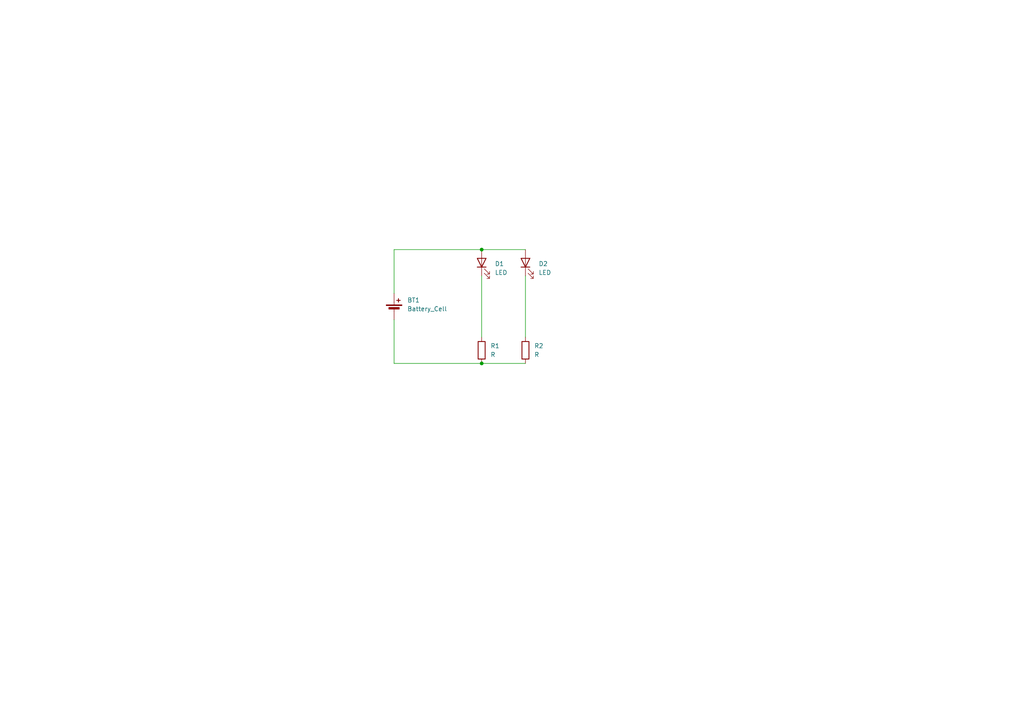
<source format=kicad_sch>
(kicad_sch
	(version 20250114)
	(generator "eeschema")
	(generator_version "9.0")
	(uuid "935e920f-5527-4f1e-b232-f1810bdc50da")
	(paper "A4")
	(lib_symbols
		(symbol "Device:Battery_Cell"
			(pin_numbers
				(hide yes)
			)
			(pin_names
				(offset 0)
				(hide yes)
			)
			(exclude_from_sim no)
			(in_bom yes)
			(on_board yes)
			(property "Reference" "BT"
				(at 2.54 2.54 0)
				(effects
					(font
						(size 1.27 1.27)
					)
					(justify left)
				)
			)
			(property "Value" "Battery_Cell"
				(at 2.54 0 0)
				(effects
					(font
						(size 1.27 1.27)
					)
					(justify left)
				)
			)
			(property "Footprint" ""
				(at 0 1.524 90)
				(effects
					(font
						(size 1.27 1.27)
					)
					(hide yes)
				)
			)
			(property "Datasheet" "~"
				(at 0 1.524 90)
				(effects
					(font
						(size 1.27 1.27)
					)
					(hide yes)
				)
			)
			(property "Description" "Single-cell battery"
				(at 0 0 0)
				(effects
					(font
						(size 1.27 1.27)
					)
					(hide yes)
				)
			)
			(property "ki_keywords" "battery cell"
				(at 0 0 0)
				(effects
					(font
						(size 1.27 1.27)
					)
					(hide yes)
				)
			)
			(symbol "Battery_Cell_0_1"
				(rectangle
					(start -2.286 1.778)
					(end 2.286 1.524)
					(stroke
						(width 0)
						(type default)
					)
					(fill
						(type outline)
					)
				)
				(rectangle
					(start -1.524 1.016)
					(end 1.524 0.508)
					(stroke
						(width 0)
						(type default)
					)
					(fill
						(type outline)
					)
				)
				(polyline
					(pts
						(xy 0 1.778) (xy 0 2.54)
					)
					(stroke
						(width 0)
						(type default)
					)
					(fill
						(type none)
					)
				)
				(polyline
					(pts
						(xy 0 0.762) (xy 0 0)
					)
					(stroke
						(width 0)
						(type default)
					)
					(fill
						(type none)
					)
				)
				(polyline
					(pts
						(xy 0.762 3.048) (xy 1.778 3.048)
					)
					(stroke
						(width 0.254)
						(type default)
					)
					(fill
						(type none)
					)
				)
				(polyline
					(pts
						(xy 1.27 3.556) (xy 1.27 2.54)
					)
					(stroke
						(width 0.254)
						(type default)
					)
					(fill
						(type none)
					)
				)
			)
			(symbol "Battery_Cell_1_1"
				(pin passive line
					(at 0 5.08 270)
					(length 2.54)
					(name "+"
						(effects
							(font
								(size 1.27 1.27)
							)
						)
					)
					(number "1"
						(effects
							(font
								(size 1.27 1.27)
							)
						)
					)
				)
				(pin passive line
					(at 0 -2.54 90)
					(length 2.54)
					(name "-"
						(effects
							(font
								(size 1.27 1.27)
							)
						)
					)
					(number "2"
						(effects
							(font
								(size 1.27 1.27)
							)
						)
					)
				)
			)
			(embedded_fonts no)
		)
		(symbol "Device:LED"
			(pin_numbers
				(hide yes)
			)
			(pin_names
				(offset 1.016)
				(hide yes)
			)
			(exclude_from_sim no)
			(in_bom yes)
			(on_board yes)
			(property "Reference" "D"
				(at 0 2.54 0)
				(effects
					(font
						(size 1.27 1.27)
					)
				)
			)
			(property "Value" "LED"
				(at 0 -2.54 0)
				(effects
					(font
						(size 1.27 1.27)
					)
				)
			)
			(property "Footprint" ""
				(at 0 0 0)
				(effects
					(font
						(size 1.27 1.27)
					)
					(hide yes)
				)
			)
			(property "Datasheet" "~"
				(at 0 0 0)
				(effects
					(font
						(size 1.27 1.27)
					)
					(hide yes)
				)
			)
			(property "Description" "Light emitting diode"
				(at 0 0 0)
				(effects
					(font
						(size 1.27 1.27)
					)
					(hide yes)
				)
			)
			(property "Sim.Pins" "1=K 2=A"
				(at 0 0 0)
				(effects
					(font
						(size 1.27 1.27)
					)
					(hide yes)
				)
			)
			(property "ki_keywords" "LED diode"
				(at 0 0 0)
				(effects
					(font
						(size 1.27 1.27)
					)
					(hide yes)
				)
			)
			(property "ki_fp_filters" "LED* LED_SMD:* LED_THT:*"
				(at 0 0 0)
				(effects
					(font
						(size 1.27 1.27)
					)
					(hide yes)
				)
			)
			(symbol "LED_0_1"
				(polyline
					(pts
						(xy -3.048 -0.762) (xy -4.572 -2.286) (xy -3.81 -2.286) (xy -4.572 -2.286) (xy -4.572 -1.524)
					)
					(stroke
						(width 0)
						(type default)
					)
					(fill
						(type none)
					)
				)
				(polyline
					(pts
						(xy -1.778 -0.762) (xy -3.302 -2.286) (xy -2.54 -2.286) (xy -3.302 -2.286) (xy -3.302 -1.524)
					)
					(stroke
						(width 0)
						(type default)
					)
					(fill
						(type none)
					)
				)
				(polyline
					(pts
						(xy -1.27 0) (xy 1.27 0)
					)
					(stroke
						(width 0)
						(type default)
					)
					(fill
						(type none)
					)
				)
				(polyline
					(pts
						(xy -1.27 -1.27) (xy -1.27 1.27)
					)
					(stroke
						(width 0.254)
						(type default)
					)
					(fill
						(type none)
					)
				)
				(polyline
					(pts
						(xy 1.27 -1.27) (xy 1.27 1.27) (xy -1.27 0) (xy 1.27 -1.27)
					)
					(stroke
						(width 0.254)
						(type default)
					)
					(fill
						(type none)
					)
				)
			)
			(symbol "LED_1_1"
				(pin passive line
					(at -3.81 0 0)
					(length 2.54)
					(name "K"
						(effects
							(font
								(size 1.27 1.27)
							)
						)
					)
					(number "1"
						(effects
							(font
								(size 1.27 1.27)
							)
						)
					)
				)
				(pin passive line
					(at 3.81 0 180)
					(length 2.54)
					(name "A"
						(effects
							(font
								(size 1.27 1.27)
							)
						)
					)
					(number "2"
						(effects
							(font
								(size 1.27 1.27)
							)
						)
					)
				)
			)
			(embedded_fonts no)
		)
		(symbol "Device:R"
			(pin_numbers
				(hide yes)
			)
			(pin_names
				(offset 0)
			)
			(exclude_from_sim no)
			(in_bom yes)
			(on_board yes)
			(property "Reference" "R"
				(at 2.032 0 90)
				(effects
					(font
						(size 1.27 1.27)
					)
				)
			)
			(property "Value" "R"
				(at 0 0 90)
				(effects
					(font
						(size 1.27 1.27)
					)
				)
			)
			(property "Footprint" ""
				(at -1.778 0 90)
				(effects
					(font
						(size 1.27 1.27)
					)
					(hide yes)
				)
			)
			(property "Datasheet" "~"
				(at 0 0 0)
				(effects
					(font
						(size 1.27 1.27)
					)
					(hide yes)
				)
			)
			(property "Description" "Resistor"
				(at 0 0 0)
				(effects
					(font
						(size 1.27 1.27)
					)
					(hide yes)
				)
			)
			(property "ki_keywords" "R res resistor"
				(at 0 0 0)
				(effects
					(font
						(size 1.27 1.27)
					)
					(hide yes)
				)
			)
			(property "ki_fp_filters" "R_*"
				(at 0 0 0)
				(effects
					(font
						(size 1.27 1.27)
					)
					(hide yes)
				)
			)
			(symbol "R_0_1"
				(rectangle
					(start -1.016 -2.54)
					(end 1.016 2.54)
					(stroke
						(width 0.254)
						(type default)
					)
					(fill
						(type none)
					)
				)
			)
			(symbol "R_1_1"
				(pin passive line
					(at 0 3.81 270)
					(length 1.27)
					(name "~"
						(effects
							(font
								(size 1.27 1.27)
							)
						)
					)
					(number "1"
						(effects
							(font
								(size 1.27 1.27)
							)
						)
					)
				)
				(pin passive line
					(at 0 -3.81 90)
					(length 1.27)
					(name "~"
						(effects
							(font
								(size 1.27 1.27)
							)
						)
					)
					(number "2"
						(effects
							(font
								(size 1.27 1.27)
							)
						)
					)
				)
			)
			(embedded_fonts no)
		)
	)
	(junction
		(at 139.7 72.39)
		(diameter 0)
		(color 0 0 0 0)
		(uuid "083ea6e6-53bb-4a99-a550-ee7b989289da")
	)
	(junction
		(at 139.7 105.41)
		(diameter 0)
		(color 0 0 0 0)
		(uuid "2f2d3072-1db1-4a89-b255-7d99e7d904b3")
	)
	(wire
		(pts
			(xy 152.4 80.01) (xy 152.4 97.79)
		)
		(stroke
			(width 0)
			(type default)
		)
		(uuid "24fc306c-c119-4e05-918c-3304f1963cdd")
	)
	(wire
		(pts
			(xy 139.7 105.41) (xy 114.3 105.41)
		)
		(stroke
			(width 0)
			(type default)
		)
		(uuid "25cf1971-9e4a-443d-92a2-02b317a56298")
	)
	(wire
		(pts
			(xy 139.7 72.39) (xy 152.4 72.39)
		)
		(stroke
			(width 0)
			(type default)
		)
		(uuid "2718c038-60ef-44c9-b43a-5075c0f96834")
	)
	(wire
		(pts
			(xy 114.3 105.41) (xy 114.3 92.71)
		)
		(stroke
			(width 0)
			(type default)
		)
		(uuid "4f971be2-a607-44d0-bc7a-d6b0ae4d37eb")
	)
	(wire
		(pts
			(xy 139.7 80.01) (xy 139.7 97.79)
		)
		(stroke
			(width 0)
			(type default)
		)
		(uuid "8f04ab38-5c70-4206-88e0-2fe2420e0943")
	)
	(wire
		(pts
			(xy 139.7 105.41) (xy 152.4 105.41)
		)
		(stroke
			(width 0)
			(type default)
		)
		(uuid "c2c887d3-b99e-4342-a754-659986dae6a6")
	)
	(wire
		(pts
			(xy 114.3 72.39) (xy 139.7 72.39)
		)
		(stroke
			(width 0)
			(type default)
		)
		(uuid "e399e92d-9291-4668-a138-f0db87c0d02c")
	)
	(wire
		(pts
			(xy 114.3 85.09) (xy 114.3 72.39)
		)
		(stroke
			(width 0)
			(type default)
		)
		(uuid "f665b745-f34d-49dc-ab66-38a3d2b13ebf")
	)
	(symbol
		(lib_id "Device:LED")
		(at 152.4 76.2 90)
		(unit 1)
		(exclude_from_sim no)
		(in_bom yes)
		(on_board yes)
		(dnp no)
		(fields_autoplaced yes)
		(uuid "4b57482e-a5e3-424e-8def-ecf609e93f4f")
		(property "Reference" "D2"
			(at 156.21 76.5174 90)
			(effects
				(font
					(size 1.27 1.27)
				)
				(justify right)
			)
		)
		(property "Value" "LED"
			(at 156.21 79.0574 90)
			(effects
				(font
					(size 1.27 1.27)
				)
				(justify right)
			)
		)
		(property "Footprint" "LED_THT:LED_D5.0mm"
			(at 152.4 76.2 0)
			(effects
				(font
					(size 1.27 1.27)
				)
				(hide yes)
			)
		)
		(property "Datasheet" "~"
			(at 152.4 76.2 0)
			(effects
				(font
					(size 1.27 1.27)
				)
				(hide yes)
			)
		)
		(property "Description" "Light emitting diode"
			(at 152.4 76.2 0)
			(effects
				(font
					(size 1.27 1.27)
				)
				(hide yes)
			)
		)
		(property "Sim.Pins" "1=K 2=A"
			(at 152.4 76.2 0)
			(effects
				(font
					(size 1.27 1.27)
				)
				(hide yes)
			)
		)
		(pin "1"
			(uuid "d2b588ac-bbae-4b29-a761-3e14faba30c3")
		)
		(pin "2"
			(uuid "f0760e87-9b2b-4570-9cb2-dbd808f7ef97")
		)
		(instances
			(project ""
				(path "/935e920f-5527-4f1e-b232-f1810bdc50da"
					(reference "D2")
					(unit 1)
				)
			)
		)
	)
	(symbol
		(lib_id "Device:R")
		(at 152.4 101.6 0)
		(unit 1)
		(exclude_from_sim no)
		(in_bom yes)
		(on_board yes)
		(dnp no)
		(fields_autoplaced yes)
		(uuid "527de8dc-1166-43ca-880d-965bd36a92ff")
		(property "Reference" "R2"
			(at 154.94 100.3299 0)
			(effects
				(font
					(size 1.27 1.27)
				)
				(justify left)
			)
		)
		(property "Value" "R"
			(at 154.94 102.8699 0)
			(effects
				(font
					(size 1.27 1.27)
				)
				(justify left)
			)
		)
		(property "Footprint" "Resistor_THT:R_Axial_DIN0207_L6.3mm_D2.5mm_P7.62mm_Horizontal"
			(at 150.622 101.6 90)
			(effects
				(font
					(size 1.27 1.27)
				)
				(hide yes)
			)
		)
		(property "Datasheet" "~"
			(at 152.4 101.6 0)
			(effects
				(font
					(size 1.27 1.27)
				)
				(hide yes)
			)
		)
		(property "Description" "Resistor"
			(at 152.4 101.6 0)
			(effects
				(font
					(size 1.27 1.27)
				)
				(hide yes)
			)
		)
		(pin "2"
			(uuid "746fb93a-9d0d-468a-a22b-940da5969587")
		)
		(pin "1"
			(uuid "d7b08510-e7bc-4af1-95d9-56c662fa98ff")
		)
		(instances
			(project ""
				(path "/935e920f-5527-4f1e-b232-f1810bdc50da"
					(reference "R2")
					(unit 1)
				)
			)
		)
	)
	(symbol
		(lib_id "Device:Battery_Cell")
		(at 114.3 90.17 0)
		(unit 1)
		(exclude_from_sim no)
		(in_bom yes)
		(on_board yes)
		(dnp no)
		(fields_autoplaced yes)
		(uuid "634d9bc6-fd24-487d-8253-44a261c1287e")
		(property "Reference" "BT1"
			(at 118.11 87.0584 0)
			(effects
				(font
					(size 1.27 1.27)
				)
				(justify left)
			)
		)
		(property "Value" "Battery_Cell"
			(at 118.11 89.5984 0)
			(effects
				(font
					(size 1.27 1.27)
				)
				(justify left)
			)
		)
		(property "Footprint" "Battery:BatteryHolder_Keystone_3034_1x20mm"
			(at 114.3 88.646 90)
			(effects
				(font
					(size 1.27 1.27)
				)
				(hide yes)
			)
		)
		(property "Datasheet" "~"
			(at 114.3 88.646 90)
			(effects
				(font
					(size 1.27 1.27)
				)
				(hide yes)
			)
		)
		(property "Description" "Single-cell battery"
			(at 114.3 90.17 0)
			(effects
				(font
					(size 1.27 1.27)
				)
				(hide yes)
			)
		)
		(pin "1"
			(uuid "43904208-03e5-4889-8e67-a13ff5e1c26c")
		)
		(pin "2"
			(uuid "1f81da51-6198-49ab-8a82-3311187bbfd5")
		)
		(instances
			(project ""
				(path "/935e920f-5527-4f1e-b232-f1810bdc50da"
					(reference "BT1")
					(unit 1)
				)
			)
		)
	)
	(symbol
		(lib_id "Device:R")
		(at 139.7 101.6 0)
		(unit 1)
		(exclude_from_sim no)
		(in_bom yes)
		(on_board yes)
		(dnp no)
		(fields_autoplaced yes)
		(uuid "c630af7f-25c7-4b4c-8fb0-7298bcd72a6c")
		(property "Reference" "R1"
			(at 142.24 100.3299 0)
			(effects
				(font
					(size 1.27 1.27)
				)
				(justify left)
			)
		)
		(property "Value" "R"
			(at 142.24 102.8699 0)
			(effects
				(font
					(size 1.27 1.27)
				)
				(justify left)
			)
		)
		(property "Footprint" "Resistor_THT:R_Axial_DIN0207_L6.3mm_D2.5mm_P7.62mm_Horizontal"
			(at 137.922 101.6 90)
			(effects
				(font
					(size 1.27 1.27)
				)
				(hide yes)
			)
		)
		(property "Datasheet" "~"
			(at 139.7 101.6 0)
			(effects
				(font
					(size 1.27 1.27)
				)
				(hide yes)
			)
		)
		(property "Description" "Resistor"
			(at 139.7 101.6 0)
			(effects
				(font
					(size 1.27 1.27)
				)
				(hide yes)
			)
		)
		(pin "1"
			(uuid "0693e6da-fc84-4823-9892-6eba2eccb1db")
		)
		(pin "2"
			(uuid "44425791-5845-4d56-bcd2-f4e543735ad0")
		)
		(instances
			(project ""
				(path "/935e920f-5527-4f1e-b232-f1810bdc50da"
					(reference "R1")
					(unit 1)
				)
			)
		)
	)
	(symbol
		(lib_id "Device:LED")
		(at 139.7 76.2 90)
		(unit 1)
		(exclude_from_sim no)
		(in_bom yes)
		(on_board yes)
		(dnp no)
		(fields_autoplaced yes)
		(uuid "f6dc19e7-063a-4566-95d5-76850f0d57e3")
		(property "Reference" "D1"
			(at 143.51 76.5174 90)
			(effects
				(font
					(size 1.27 1.27)
				)
				(justify right)
			)
		)
		(property "Value" "LED"
			(at 143.51 79.0574 90)
			(effects
				(font
					(size 1.27 1.27)
				)
				(justify right)
			)
		)
		(property "Footprint" "LED_THT:LED_D5.0mm"
			(at 139.7 76.2 0)
			(effects
				(font
					(size 1.27 1.27)
				)
				(hide yes)
			)
		)
		(property "Datasheet" "~"
			(at 139.7 76.2 0)
			(effects
				(font
					(size 1.27 1.27)
				)
				(hide yes)
			)
		)
		(property "Description" "Light emitting diode"
			(at 139.7 76.2 0)
			(effects
				(font
					(size 1.27 1.27)
				)
				(hide yes)
			)
		)
		(property "Sim.Pins" "1=K 2=A"
			(at 139.7 76.2 0)
			(effects
				(font
					(size 1.27 1.27)
				)
				(hide yes)
			)
		)
		(pin "2"
			(uuid "8bc48850-b03b-408d-8aaf-66c1fdbc54f6")
		)
		(pin "1"
			(uuid "81755361-f06f-42f6-8acf-17a61f5244b3")
		)
		(instances
			(project ""
				(path "/935e920f-5527-4f1e-b232-f1810bdc50da"
					(reference "D1")
					(unit 1)
				)
			)
		)
	)
	(sheet_instances
		(path "/"
			(page "1")
		)
	)
	(embedded_fonts no)
)

</source>
